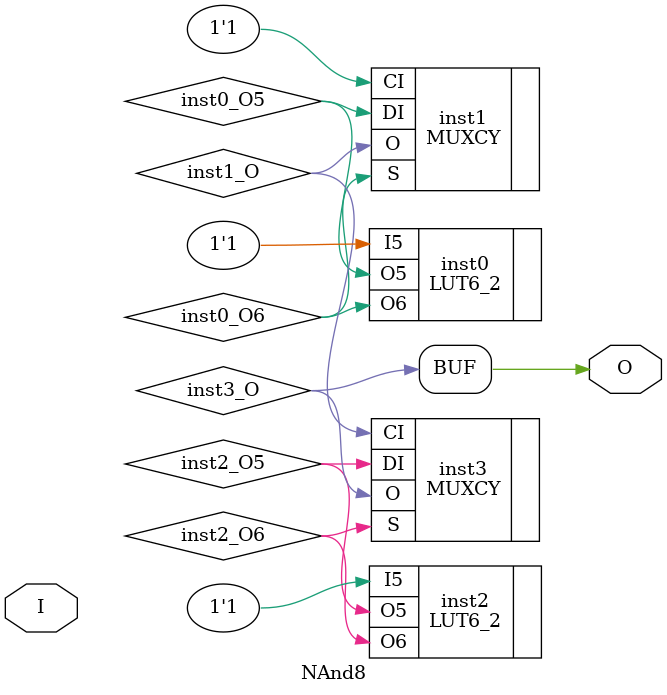
<source format=v>
module NAnd8 (input [7:0] I, output  O);
wire  inst0_O5;
wire  inst0_O6;
wire  inst1_O;
wire  inst2_O5;
wire  inst2_O6;
wire  inst3_O;
LUT6_2 #(.INIT(64'h8000800080008000)) inst0 (.I5(1'b1), .O5(inst0_O5), .O6(inst0_O6));
MUXCY inst1 (.DI(inst0_O5), .CI(1'b1), .S(inst0_O6), .O(inst1_O));
LUT6_2 #(.INIT(64'h8000800080008000)) inst2 (.I5(1'b1), .O5(inst2_O5), .O6(inst2_O6));
MUXCY inst3 (.DI(inst2_O5), .CI(inst1_O), .S(inst2_O6), .O(inst3_O));
assign O = inst3_O;
endmodule


</source>
